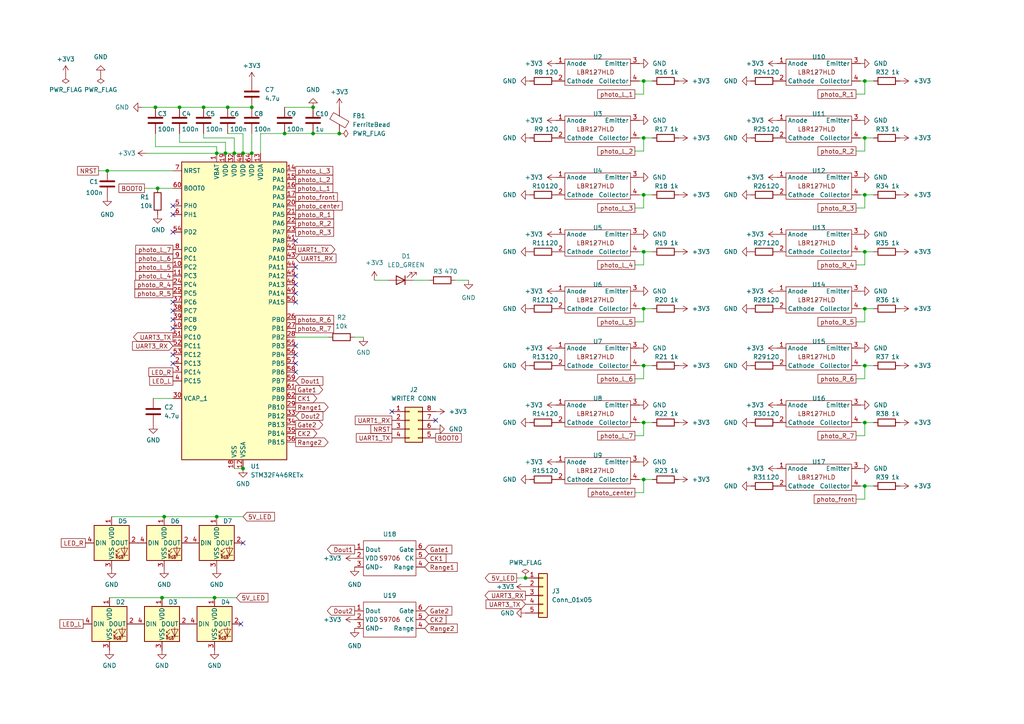
<source format=kicad_sch>
(kicad_sch (version 20230121) (generator eeschema)
  (paper "A4")
  (lib_symbols
    (symbol "Connector_Generic:Conn_01x05" (pin_names (offset 1.016) hide)
      (property "Reference" "J" (at 0 7.62 0))
      (property "Value" "Conn_01x05" (at 0 -7.62 0))
      (symbol "Conn_01x05_1_1"
        (pin passive line (at -5.08 5.08 0) (length 3.81) (name "Pin_1") (number "1"))
        (pin passive line (at -5.08 2.54 0) (length 3.81) (name "Pin_2") (number "2"))
        (pin passive line (at -5.08 0 0) (length 3.81) (name "Pin_3") (number "3"))
        (pin passive line (at -5.08 -2.54 0) (length 3.81) (name "Pin_4") (number "4"))
        (pin passive line (at -5.08 -5.08 0) (length 3.81) (name "Pin_5") (number "5"))
      )
    )
    (symbol "Connector_Generic:Conn_02x04_Counter_Clockwise" (pin_names (offset 1.016) hide)
      (property "Reference" "J" (at 1.27 5.08 0))
      (property "Value" "Conn_02x04_Counter_Clockwise" (at 1.27 -7.62 0))
      (symbol "Conn_02x04_Counter_Clockwise_1_1"
        (pin passive line (at -5.08 2.54 0) (length 3.81) (name "Pin_1") (number "1"))
        (pin passive line (at -5.08 0 0) (length 3.81) (name "Pin_2") (number "2"))
        (pin passive line (at -5.08 -2.54 0) (length 3.81) (name "Pin_3") (number "3"))
        (pin passive line (at -5.08 -5.08 0) (length 3.81) (name "Pin_4") (number "4"))
        (pin passive line (at 7.62 -5.08 180) (length 3.81) (name "Pin_5") (number "5"))
        (pin passive line (at 7.62 -2.54 180) (length 3.81) (name "Pin_6") (number "6"))
        (pin passive line (at 7.62 0 180) (length 3.81) (name "Pin_7") (number "7"))
        (pin passive line (at 7.62 2.54 180) (length 3.81) (name "Pin_8") (number "8"))
      )
    )
    (symbol "Device:C" (pin_numbers hide) (pin_names (offset 0.254))
      (property "Reference" "C" (at 0.635 2.54 0))
      (property "Value" "C" (at 0.635 -2.54 0))
      (symbol "C_1_1"
        (pin passive line (at 0 3.81 270) (length 2.794) (name "~") (number "1"))
        (pin passive line (at 0 -3.81 90) (length 2.794) (name "~") (number "2"))
      )
    )
    (symbol "Device:FerriteBead" (pin_numbers hide) (pin_names (offset 0))
      (property "Reference" "FB" (at -3.81 0.635 90))
      (property "Value" "FerriteBead" (at 3.81 0 90))
      (symbol "FerriteBead_1_1"
        (pin passive line (at 0 3.81 270) (length 2.54) (name "~") (number "1"))
        (pin passive line (at 0 -3.81 90) (length 2.54) (name "~") (number "2"))
      )
    )
    (symbol "Device:LED" (pin_numbers hide) (pin_names (offset 1.016) hide)
      (property "Reference" "D" (at 0 2.54 0))
      (property "Value" "LED" (at 0 -2.54 0))
      (symbol "LED_1_1"
        (pin passive line (at -3.81 0 0) (length 2.54) (name "K") (number "1"))
        (pin passive line (at 3.81 0 180) (length 2.54) (name "A") (number "2"))
      )
    )
    (symbol "Device:R" (pin_numbers hide) (pin_names (offset 0))
      (property "Reference" "R" (at 2.032 0 90))
      (property "Value" "R" (at 0 0 90))
      (symbol "R_1_1"
        (pin passive line (at 0 3.81 270) (length 1.27) (name "~") (number "1"))
        (pin passive line (at 0 -3.81 90) (length 1.27) (name "~") (number "2"))
      )
    )
    (symbol "LED:WS2812B" (pin_names (offset 0.254))
      (property "Reference" "D" (at 5.08 5.715 0))
      (property "Value" "WS2812B" (at 1.27 -5.715 0))
      (symbol "WS2812B_0_0"
        (text "RGB" (at 2.286 -4.191 0) (effects (font (size 0.762 0.762))))
      )
      (symbol "WS2812B_1_1"
        (pin power_in line (at 0 7.62 270) (length 2.54) (name "VDD") (number "1"))
        (pin output line (at 7.62 0 180) (length 2.54) (name "DOUT") (number "2"))
        (pin power_in line (at 0 -7.62 90) (length 2.54) (name "VSS") (number "3"))
        (pin input line (at -7.62 0 0) (length 2.54) (name "DIN") (number "4"))
      )
    )
    (symbol "MCU_ST_STM32F4:STM32F446RETx"
      (property "Reference" "U" (at -15.24 44.45 0))
      (property "Value" "STM32F446RETx" (at 10.16 44.45 0))
      (symbol "STM32F446RETx_1_1"
        (pin power_in line (at -5.08 45.72 270) (length 2.54) (name "VBAT") (number "1"))
        (pin bidirectional line (at -17.78 12.7 0) (length 2.54) (name "PC2") (number "10"))
        (pin bidirectional line (at -17.78 10.16 0) (length 2.54) (name "PC3") (number "11"))
        (pin power_in line (at 2.54 -45.72 90) (length 2.54) (name "VSSA") (number "12"))
        (pin power_in line (at 7.62 45.72 270) (length 2.54) (name "VDDA") (number "13"))
        (pin bidirectional line (at 17.78 40.64 180) (length 2.54) (name "PA0") (number "14"))
        (pin bidirectional line (at 17.78 38.1 180) (length 2.54) (name "PA1") (number "15"))
        (pin bidirectional line (at 17.78 35.56 180) (length 2.54) (name "PA2") (number "16"))
        (pin bidirectional line (at 17.78 33.02 180) (length 2.54) (name "PA3") (number "17"))
        (pin power_in line (at 0 -45.72 90) (length 2.54) (name "VSS") (number "18"))
        (pin power_in line (at -2.54 45.72 270) (length 2.54) (name "VDD") (number "19"))
        (pin bidirectional line (at -17.78 -15.24 0) (length 2.54) (name "PC13") (number "2"))
        (pin bidirectional line (at 17.78 30.48 180) (length 2.54) (name "PA4") (number "20"))
        (pin bidirectional line (at 17.78 27.94 180) (length 2.54) (name "PA5") (number "21"))
        (pin bidirectional line (at 17.78 25.4 180) (length 2.54) (name "PA6") (number "22"))
        (pin bidirectional line (at 17.78 22.86 180) (length 2.54) (name "PA7") (number "23"))
        (pin bidirectional line (at -17.78 7.62 0) (length 2.54) (name "PC4") (number "24"))
        (pin bidirectional line (at -17.78 5.08 0) (length 2.54) (name "PC5") (number "25"))
        (pin bidirectional line (at 17.78 -2.54 180) (length 2.54) (name "PB0") (number "26"))
        (pin bidirectional line (at 17.78 -5.08 180) (length 2.54) (name "PB1") (number "27"))
        (pin bidirectional line (at 17.78 -7.62 180) (length 2.54) (name "PB2") (number "28"))
        (pin bidirectional line (at 17.78 -27.94 180) (length 2.54) (name "PB10") (number "29"))
        (pin bidirectional line (at -17.78 -17.78 0) (length 2.54) (name "PC14") (number "3"))
        (pin power_out line (at -17.78 -25.4 0) (length 2.54) (name "VCAP_1") (number "30"))
        (pin passive line (at 0 -45.72 90) (length 2.54) hide (name "VSS") (number "31"))
        (pin power_in line (at 0 45.72 270) (length 2.54) (name "VDD") (number "32"))
        (pin bidirectional line (at 17.78 -30.48 180) (length 2.54) (name "PB12") (number "33"))
        (pin bidirectional line (at 17.78 -33.02 180) (length 2.54) (name "PB13") (number "34"))
        (pin bidirectional line (at 17.78 -35.56 180) (length 2.54) (name "PB14") (number "35"))
        (pin bidirectional line (at 17.78 -38.1 180) (length 2.54) (name "PB15") (number "36"))
        (pin bidirectional line (at -17.78 2.54 0) (length 2.54) (name "PC6") (number "37"))
        (pin bidirectional line (at -17.78 0 0) (length 2.54) (name "PC7") (number "38"))
        (pin bidirectional line (at -17.78 -2.54 0) (length 2.54) (name "PC8") (number "39"))
        (pin bidirectional line (at -17.78 -20.32 0) (length 2.54) (name "PC15") (number "4"))
        (pin bidirectional line (at -17.78 -5.08 0) (length 2.54) (name "PC9") (number "40"))
        (pin bidirectional line (at 17.78 20.32 180) (length 2.54) (name "PA8") (number "41"))
        (pin bidirectional line (at 17.78 17.78 180) (length 2.54) (name "PA9") (number "42"))
        (pin bidirectional line (at 17.78 15.24 180) (length 2.54) (name "PA10") (number "43"))
        (pin bidirectional line (at 17.78 12.7 180) (length 2.54) (name "PA11") (number "44"))
        (pin bidirectional line (at 17.78 10.16 180) (length 2.54) (name "PA12") (number "45"))
        (pin bidirectional line (at 17.78 7.62 180) (length 2.54) (name "PA13") (number "46"))
        (pin passive line (at 0 -45.72 90) (length 2.54) hide (name "VSS") (number "47"))
        (pin power_in line (at 2.54 45.72 270) (length 2.54) (name "VDD") (number "48"))
        (pin bidirectional line (at 17.78 5.08 180) (length 2.54) (name "PA14") (number "49"))
        (pin bidirectional line (at -17.78 30.48 0) (length 2.54) (name "PH0") (number "5"))
        (pin bidirectional line (at 17.78 2.54 180) (length 2.54) (name "PA15") (number "50"))
        (pin bidirectional line (at -17.78 -7.62 0) (length 2.54) (name "PC10") (number "51"))
        (pin bidirectional line (at -17.78 -10.16 0) (length 2.54) (name "PC11") (number "52"))
        (pin bidirectional line (at -17.78 -12.7 0) (length 2.54) (name "PC12") (number "53"))
        (pin bidirectional line (at -17.78 22.86 0) (length 2.54) (name "PD2") (number "54"))
        (pin bidirectional line (at 17.78 -10.16 180) (length 2.54) (name "PB3") (number "55"))
        (pin bidirectional line (at 17.78 -12.7 180) (length 2.54) (name "PB4") (number "56"))
        (pin bidirectional line (at 17.78 -15.24 180) (length 2.54) (name "PB5") (number "57"))
        (pin bidirectional line (at 17.78 -17.78 180) (length 2.54) (name "PB6") (number "58"))
        (pin bidirectional line (at 17.78 -20.32 180) (length 2.54) (name "PB7") (number "59"))
        (pin bidirectional line (at -17.78 27.94 0) (length 2.54) (name "PH1") (number "6"))
        (pin input line (at -17.78 35.56 0) (length 2.54) (name "BOOT0") (number "60"))
        (pin bidirectional line (at 17.78 -22.86 180) (length 2.54) (name "PB8") (number "61"))
        (pin bidirectional line (at 17.78 -25.4 180) (length 2.54) (name "PB9") (number "62"))
        (pin passive line (at 0 -45.72 90) (length 2.54) hide (name "VSS") (number "63"))
        (pin power_in line (at 5.08 45.72 270) (length 2.54) (name "VDD") (number "64"))
        (pin input line (at -17.78 40.64 0) (length 2.54) (name "NRST") (number "7"))
        (pin bidirectional line (at -17.78 17.78 0) (length 2.54) (name "PC0") (number "8"))
        (pin bidirectional line (at -17.78 15.24 0) (length 2.54) (name "PC1") (number "9"))
      )
    )
    (symbol "akiduki:LBR127HLD"
      (property "Reference" "U" (at 1.27 -5.08 0))
      (symbol "LBR127HLD_1_1"
        (text "LBR127HLD" (at 0 0 0) (effects (font (size 1.27 1.27))))
        (pin passive line (at -11.43 2.54 0) (length 2.54) (name "Anode") (number "1"))
        (pin passive line (at -11.43 -2.54 0) (length 2.54) (name "Cathode") (number "2"))
        (pin passive line (at 12.7 2.54 180) (length 2.54) (name "Emitter") (number "3"))
        (pin passive line (at 12.7 -2.54 180) (length 2.54) (name "Collector") (number "4"))
      )
    )
    (symbol "akiduki:S9706"
      (property "Reference" "U" (at 0 7.62 0))
      (symbol "S9706_1_1"
        (text "S9706" (at 0 0 0) (effects (font (size 1.27 1.27))))
        (pin output line (at -10.16 2.54 0) (length 2.54) (name "Dout") (number "1"))
        (pin power_in line (at -10.16 0 0) (length 2.54) (name "VDD") (number "2"))
        (pin power_in line (at -10.16 -2.54 0) (length 2.54) (name "GND") (number "3"))
        (pin input line (at 10.16 -2.54 180) (length 2.54) (name "Range") (number "4"))
        (pin input line (at 10.16 0 180) (length 2.54) (name "CK") (number "5"))
        (pin input line (at 10.16 2.54 180) (length 2.54) (name "Gate") (number "6"))
      )
    )
    (symbol "power:+3V3" (power) (pin_names (offset 0))
      (property "Value" "+3V3" (at 0 3.556 0))
      (symbol "+3V3_1_1"
        (pin power_in line (at 0 0 90) (length 0) hide (name "+3V3") (number "1"))
      )
    )
    (symbol "power:GND" (power) (pin_names (offset 0))
      (property "Value" "GND" (at 0 -3.81 0))
      (symbol "GND_1_1"
        (pin power_in line (at 0 0 270) (length 0) hide (name "GND") (number "1"))
      )
    )
    (symbol "power:PWR_FLAG" (power) (pin_numbers hide) (pin_names (offset 0) hide)
      (property "Value" "PWR_FLAG" (at 0 3.81 0))
      (symbol "PWR_FLAG_0_0"
        (pin power_out line (at 0 0 90) (length 0) (name "pwr") (number "1"))
      )
    )
  )
  (junction (at 152.4 167.64))
  (junction (at 62.865 149.86))
  (junction (at 90.805 31.115))
  (junction (at 45.72 54.61))
  (junction (at 46.99 173.355))
  (junction (at 250.825 140.97))
  (junction (at 186.69 89.535))
  (junction (at 82.55 38.735))
  (junction (at 186.69 122.555))
  (junction (at 73.025 44.45))
  (junction (at 47.625 149.86))
  (junction (at 98.425 38.735))
  (junction (at 186.69 73.025))
  (junction (at 186.69 40.005))
  (junction (at 73.025 31.115))
  (junction (at 67.945 44.45))
  (junction (at 31.115 49.53))
  (junction (at 70.485 44.45))
  (junction (at 66.04 31.115))
  (junction (at 52.07 31.115))
  (junction (at 62.865 44.45))
  (junction (at 250.825 56.515))
  (junction (at 186.69 106.045))
  (junction (at 250.825 23.495))
  (junction (at 45.085 31.115))
  (junction (at 186.69 56.515))
  (junction (at 250.825 106.045))
  (junction (at 250.825 89.535))
  (junction (at 70.485 135.89))
  (junction (at 250.825 122.555))
  (junction (at 59.055 31.115))
  (junction (at 250.825 40.005))
  (junction (at 65.405 44.45))
  (junction (at 90.805 38.735))
  (junction (at 186.69 139.065))
  (junction (at 250.825 73.025))
  (junction (at 186.69 23.495))
  (junction (at 62.23 173.355))
  (no_connect (at 50.165 95.25))
  (no_connect (at 85.725 85.09))
  (no_connect (at 50.165 59.69))
  (no_connect (at 113.665 119.38))
  (no_connect (at 126.365 121.92))
  (no_connect (at 85.725 107.95))
  (no_connect (at 85.725 82.55))
  (no_connect (at 50.165 92.71))
  (no_connect (at 50.165 90.17))
  (no_connect (at 85.725 69.85))
  (no_connect (at 70.485 157.48))
  (no_connect (at 85.725 100.33))
  (no_connect (at 50.165 87.63))
  (no_connect (at 85.725 105.41))
  (no_connect (at 50.165 67.31))
  (no_connect (at 50.165 102.87))
  (no_connect (at 50.165 105.41))
  (no_connect (at 85.725 77.47))
  (no_connect (at 50.165 62.23))
  (no_connect (at 85.725 102.87))
  (no_connect (at 85.725 80.01))
  (no_connect (at 85.725 87.63))
  (no_connect (at 69.85 180.975))
  (wire (pts (xy 248.285 27.305) (xy 250.825 27.305)))
  (wire (pts (xy 250.825 27.305) (xy 250.825 23.495)))
  (wire (pts (xy 250.825 126.365) (xy 250.825 122.555)))
  (wire (pts (xy 47.625 149.86) (xy 62.865 149.86)))
  (wire (pts (xy 250.825 93.345) (xy 250.825 89.535)))
  (wire (pts (xy 189.23 89.535) (xy 186.69 89.535)))
  (wire (pts (xy 45.72 54.61) (xy 50.165 54.61)))
  (wire (pts (xy 186.69 139.065) (xy 185.42 139.065)))
  (wire (pts (xy 253.365 140.97) (xy 250.825 140.97)))
  (wire (pts (xy 184.15 60.325) (xy 186.69 60.325)))
  (wire (pts (xy 52.07 41.275) (xy 65.405 41.275)))
  (wire (pts (xy 59.055 38.735) (xy 59.055 40.005)))
  (wire (pts (xy 184.15 43.815) (xy 186.69 43.815)))
  (wire (pts (xy 186.69 142.875) (xy 186.69 139.065)))
  (wire (pts (xy 75.565 44.45) (xy 75.565 38.735)))
  (wire (pts (xy 66.04 31.115) (xy 73.025 31.115)))
  (wire (pts (xy 248.285 109.855) (xy 250.825 109.855)))
  (wire (pts (xy 62.865 149.86) (xy 70.485 149.86)))
  (wire (pts (xy 189.23 139.065) (xy 186.69 139.065)))
  (wire (pts (xy 45.085 42.545) (xy 62.865 42.545)))
  (wire (pts (xy 186.69 106.045) (xy 185.42 106.045)))
  (wire (pts (xy 250.825 140.97) (xy 249.555 140.97)))
  (wire (pts (xy 253.365 23.495) (xy 250.825 23.495)))
  (wire (pts (xy 189.23 23.495) (xy 186.69 23.495)))
  (wire (pts (xy 186.69 109.855) (xy 186.69 106.045)))
  (wire (pts (xy 184.15 142.875) (xy 186.69 142.875)))
  (wire (pts (xy 62.865 42.545) (xy 62.865 44.45)))
  (wire (pts (xy 46.99 173.355) (xy 62.23 173.355)))
  (wire (pts (xy 82.55 38.735) (xy 90.805 38.735)))
  (wire (pts (xy 62.865 44.45) (xy 65.405 44.45)))
  (wire (pts (xy 149.86 167.64) (xy 152.4 167.64)))
  (wire (pts (xy 189.23 73.025) (xy 186.69 73.025)))
  (wire (pts (xy 186.69 60.325) (xy 186.69 56.515)))
  (wire (pts (xy 186.69 27.305) (xy 186.69 23.495)))
  (wire (pts (xy 65.405 44.45) (xy 67.945 44.45)))
  (wire (pts (xy 186.69 40.005) (xy 185.42 40.005)))
  (wire (pts (xy 135.89 81.28) (xy 132.08 81.28)))
  (wire (pts (xy 250.825 109.855) (xy 250.825 106.045)))
  (wire (pts (xy 248.285 76.835) (xy 250.825 76.835)))
  (wire (pts (xy 32.385 149.86) (xy 47.625 149.86)))
  (wire (pts (xy 248.285 144.78) (xy 250.825 144.78)))
  (wire (pts (xy 250.825 89.535) (xy 249.555 89.535)))
  (wire (pts (xy 44.45 115.57) (xy 50.165 115.57)))
  (wire (pts (xy 248.285 126.365) (xy 250.825 126.365)))
  (wire (pts (xy 112.395 81.28) (xy 108.585 81.28)))
  (wire (pts (xy 186.69 76.835) (xy 186.69 73.025)))
  (wire (pts (xy 31.75 173.355) (xy 46.99 173.355)))
  (wire (pts (xy 184.15 76.835) (xy 186.69 76.835)))
  (wire (pts (xy 186.69 122.555) (xy 185.42 122.555)))
  (wire (pts (xy 253.365 56.515) (xy 250.825 56.515)))
  (wire (pts (xy 82.55 31.115) (xy 90.805 31.115)))
  (wire (pts (xy 250.825 56.515) (xy 249.555 56.515)))
  (wire (pts (xy 250.825 40.005) (xy 249.555 40.005)))
  (wire (pts (xy 52.07 38.735) (xy 52.07 41.275)))
  (wire (pts (xy 41.275 31.115) (xy 45.085 31.115)))
  (wire (pts (xy 75.565 38.735) (xy 82.55 38.735)))
  (wire (pts (xy 248.285 60.325) (xy 250.825 60.325)))
  (wire (pts (xy 250.825 144.78) (xy 250.825 140.97)))
  (wire (pts (xy 253.365 40.005) (xy 250.825 40.005)))
  (wire (pts (xy 250.825 43.815) (xy 250.825 40.005)))
  (wire (pts (xy 250.825 60.325) (xy 250.825 56.515)))
  (wire (pts (xy 73.025 38.735) (xy 73.025 44.45)))
  (wire (pts (xy 186.69 89.535) (xy 185.42 89.535)))
  (wire (pts (xy 90.805 38.735) (xy 98.425 38.735)))
  (wire (pts (xy 189.23 122.555) (xy 186.69 122.555)))
  (wire (pts (xy 102.87 97.79) (xy 105.41 97.79)))
  (wire (pts (xy 28.575 49.53) (xy 31.115 49.53)))
  (wire (pts (xy 250.825 106.045) (xy 249.555 106.045)))
  (wire (pts (xy 189.23 106.045) (xy 186.69 106.045)))
  (wire (pts (xy 31.115 49.53) (xy 50.165 49.53)))
  (wire (pts (xy 45.085 38.735) (xy 45.085 42.545)))
  (wire (pts (xy 250.825 76.835) (xy 250.825 73.025)))
  (wire (pts (xy 186.69 73.025) (xy 185.42 73.025)))
  (wire (pts (xy 253.365 106.045) (xy 250.825 106.045)))
  (wire (pts (xy 59.055 40.005) (xy 67.945 40.005)))
  (wire (pts (xy 67.945 135.89) (xy 70.485 135.89)))
  (wire (pts (xy 184.15 27.305) (xy 186.69 27.305)))
  (wire (pts (xy 186.69 56.515) (xy 185.42 56.515)))
  (wire (pts (xy 70.485 38.735) (xy 70.485 44.45)))
  (wire (pts (xy 250.825 122.555) (xy 249.555 122.555)))
  (wire (pts (xy 184.15 126.365) (xy 186.69 126.365)))
  (wire (pts (xy 186.69 93.345) (xy 186.69 89.535)))
  (wire (pts (xy 253.365 122.555) (xy 250.825 122.555)))
  (wire (pts (xy 59.055 31.115) (xy 66.04 31.115)))
  (wire (pts (xy 65.405 41.275) (xy 65.405 44.45)))
  (wire (pts (xy 186.69 23.495) (xy 185.42 23.495)))
  (wire (pts (xy 41.91 54.61) (xy 45.72 54.61)))
  (wire (pts (xy 62.23 173.355) (xy 68.58 173.355)))
  (wire (pts (xy 250.825 73.025) (xy 249.555 73.025)))
  (wire (pts (xy 253.365 73.025) (xy 250.825 73.025)))
  (wire (pts (xy 67.945 40.005) (xy 67.945 44.45)))
  (wire (pts (xy 52.07 31.115) (xy 59.055 31.115)))
  (wire (pts (xy 189.23 56.515) (xy 186.69 56.515)))
  (wire (pts (xy 70.485 44.45) (xy 73.025 44.45)))
  (wire (pts (xy 45.085 31.115) (xy 52.07 31.115)))
  (wire (pts (xy 248.285 43.815) (xy 250.825 43.815)))
  (wire (pts (xy 67.945 44.45) (xy 70.485 44.45)))
  (wire (pts (xy 124.46 81.28) (xy 120.015 81.28)))
  (wire (pts (xy 248.285 93.345) (xy 250.825 93.345)))
  (wire (pts (xy 42.545 44.45) (xy 62.865 44.45)))
  (wire (pts (xy 189.23 40.005) (xy 186.69 40.005)))
  (wire (pts (xy 253.365 89.535) (xy 250.825 89.535)))
  (wire (pts (xy 250.825 23.495) (xy 249.555 23.495)))
  (wire (pts (xy 186.69 126.365) (xy 186.69 122.555)))
  (wire (pts (xy 184.15 93.345) (xy 186.69 93.345)))
  (wire (pts (xy 186.69 43.815) (xy 186.69 40.005)))
  (wire (pts (xy 66.04 38.735) (xy 70.485 38.735)))
  (wire (pts (xy 184.15 109.855) (xy 186.69 109.855)))
  (wire (pts (xy 85.725 97.79) (xy 95.25 97.79)))
  (global_label "UART1_TX" (shape output) (at 85.725 72.39 0) (property "Intersheetrefs" "${INTERSHEET_REFS}" (effects hide)))
  (global_label "Range1" (shape input) (at 123.19 164.465 0) (property "Intersheetrefs" "${INTERSHEET_REFS}" (effects hide)))
  (global_label "CK1" (shape output) (at 85.725 115.57 0) (property "Intersheetrefs" "${INTERSHEET_REFS}" (effects hide)))
  (global_label "photo_L_1" (shape passive) (at 85.725 54.61 0) (property "Intersheetrefs" "${INTERSHEET_REFS}" (effects hide)))
  (global_label "Range2" (shape input) (at 123.19 182.245 0) (property "Intersheetrefs" "${INTERSHEET_REFS}" (effects hide)))
  (global_label "UART1_TX" (shape passive) (at 113.665 127 180) (property "Intersheetrefs" "${INTERSHEET_REFS}" (effects hide)))
  (global_label "photo_R_7" (shape passive) (at 248.285 126.365 180) (property "Intersheetrefs" "${INTERSHEET_REFS}" (effects hide)))
  (global_label "photo_front" (shape passive) (at 85.725 57.15 0) (property "Intersheetrefs" "${INTERSHEET_REFS}" (effects hide)))
  (global_label "Dout1" (shape output) (at 102.87 159.385 180) (property "Intersheetrefs" "${INTERSHEET_REFS}" (effects hide)))
  (global_label "Gate2" (shape output) (at 85.725 123.19 0) (property "Intersheetrefs" "${INTERSHEET_REFS}" (effects hide)))
  (global_label "UART1_RX" (shape input) (at 85.725 74.93 0) (property "Intersheetrefs" "${INTERSHEET_REFS}" (effects hide)))
  (global_label "CK2" (shape output) (at 85.725 125.73 0) (property "Intersheetrefs" "${INTERSHEET_REFS}" (effects hide)))
  (global_label "Dout2" (shape input) (at 85.725 120.65 0) (property "Intersheetrefs" "${INTERSHEET_REFS}" (effects hide)))
  (global_label "photo_L_4" (shape passive) (at 184.15 76.835 180) (property "Intersheetrefs" "${INTERSHEET_REFS}" (effects hide)))
  (global_label "photo_R_4" (shape passive) (at 248.285 76.835 180) (property "Intersheetrefs" "${INTERSHEET_REFS}" (effects hide)))
  (global_label "Dout2" (shape output) (at 102.87 177.165 180) (property "Intersheetrefs" "${INTERSHEET_REFS}" (effects hide)))
  (global_label "photo_R_1" (shape passive) (at 85.725 62.23 0) (property "Intersheetrefs" "${INTERSHEET_REFS}" (effects hide)))
  (global_label "photo_R_6" (shape passive) (at 85.725 92.71 0) (property "Intersheetrefs" "${INTERSHEET_REFS}" (effects hide)))
  (global_label "CK2" (shape input) (at 123.19 179.705 0) (property "Intersheetrefs" "${INTERSHEET_REFS}" (effects hide)))
  (global_label "photo_R_4" (shape passive) (at 50.165 82.55 180) (property "Intersheetrefs" "${INTERSHEET_REFS}" (effects hide)))
  (global_label "NRST" (shape passive) (at 28.575 49.53 180) (property "Intersheetrefs" "${INTERSHEET_REFS}" (effects hide)))
  (global_label "BOOT0" (shape passive) (at 126.365 127 0) (property "Intersheetrefs" "${INTERSHEET_REFS}" (effects hide)))
  (global_label "photo_center" (shape passive) (at 85.725 59.69 0) (property "Intersheetrefs" "${INTERSHEET_REFS}" (effects hide)))
  (global_label "photo_L_7" (shape passive) (at 50.165 72.39 180) (property "Intersheetrefs" "${INTERSHEET_REFS}" (effects hide)))
  (global_label "photo_R_2" (shape passive) (at 85.725 64.77 0) (property "Intersheetrefs" "${INTERSHEET_REFS}" (effects hide)))
  (global_label "photo_R_1" (shape passive) (at 248.285 27.305 180) (property "Intersheetrefs" "${INTERSHEET_REFS}" (effects hide)))
  (global_label "Gate1" (shape output) (at 85.725 113.03 0) (property "Intersheetrefs" "${INTERSHEET_REFS}" (effects hide)))
  (global_label "photo_L_2" (shape passive) (at 85.725 52.07 0) (property "Intersheetrefs" "${INTERSHEET_REFS}" (effects hide)))
  (global_label "UART3_TX" (shape output) (at 50.165 97.79 180) (property "Intersheetrefs" "${INTERSHEET_REFS}" (effects hide)))
  (global_label "UART1_RX" (shape passive) (at 113.665 121.92 180) (property "Intersheetrefs" "${INTERSHEET_REFS}" (effects hide)))
  (global_label "photo_front" (shape passive) (at 248.285 144.78 180) (property "Intersheetrefs" "${INTERSHEET_REFS}" (effects hide)))
  (global_label "photo_R_5" (shape passive) (at 50.165 85.09 180) (property "Intersheetrefs" "${INTERSHEET_REFS}" (effects hide)))
  (global_label "LED_L" (shape passive) (at 24.13 180.975 180) (property "Intersheetrefs" "${INTERSHEET_REFS}" (effects hide)))
  (global_label "UART3_TX" (shape input) (at 152.4 175.26 180) (property "Intersheetrefs" "${INTERSHEET_REFS}" (effects hide)))
  (global_label "CK1" (shape input) (at 123.19 161.925 0) (property "Intersheetrefs" "${INTERSHEET_REFS}" (effects hide)))
  (global_label "LED_R" (shape passive) (at 50.165 107.95 180) (property "Intersheetrefs" "${INTERSHEET_REFS}" (effects hide)))
  (global_label "photo_L_4" (shape passive) (at 50.165 80.01 180) (property "Intersheetrefs" "${INTERSHEET_REFS}" (effects hide)))
  (global_label "Range2" (shape output) (at 85.725 128.27 0) (property "Intersheetrefs" "${INTERSHEET_REFS}" (effects hide)))
  (global_label "UART3_RX" (shape input) (at 50.165 100.33 180) (property "Intersheetrefs" "${INTERSHEET_REFS}" (effects hide)))
  (global_label "photo_L_6" (shape passive) (at 50.165 74.93 180) (property "Intersheetrefs" "${INTERSHEET_REFS}" (effects hide)))
  (global_label "photo_L_3" (shape passive) (at 184.15 60.325 180) (property "Intersheetrefs" "${INTERSHEET_REFS}" (effects hide)))
  (global_label "5V_LED" (shape input) (at 68.58 173.355 0) (property "Intersheetrefs" "${INTERSHEET_REFS}" (effects hide)))
  (global_label "photo_L_1" (shape passive) (at 184.15 27.305 180) (property "Intersheetrefs" "${INTERSHEET_REFS}" (effects hide)))
  (global_label "photo_center" (shape passive) (at 184.15 142.875 180) (property "Intersheetrefs" "${INTERSHEET_REFS}" (effects hide)))
  (global_label "photo_L_5" (shape passive) (at 184.15 93.345 180) (property "Intersheetrefs" "${INTERSHEET_REFS}" (effects hide)))
  (global_label "BOOT0" (shape passive) (at 41.91 54.61 180) (property "Intersheetrefs" "${INTERSHEET_REFS}" (effects hide)))
  (global_label "photo_L_5" (shape passive) (at 50.165 77.47 180) (property "Intersheetrefs" "${INTERSHEET_REFS}" (effects hide)))
  (global_label "NRST" (shape passive) (at 113.665 124.46 180) (property "Intersheetrefs" "${INTERSHEET_REFS}" (effects hide)))
  (global_label "photo_R_2" (shape passive) (at 248.285 43.815 180) (property "Intersheetrefs" "${INTERSHEET_REFS}" (effects hide)))
  (global_label "photo_R_7" (shape passive) (at 85.725 95.25 0) (property "Intersheetrefs" "${INTERSHEET_REFS}" (effects hide)))
  (global_label "LED_R" (shape passive) (at 24.765 157.48 180) (property "Intersheetrefs" "${INTERSHEET_REFS}" (effects hide)))
  (global_label "photo_R_5" (shape passive) (at 248.285 93.345 180) (property "Intersheetrefs" "${INTERSHEET_REFS}" (effects hide)))
  (global_label "photo_R_3" (shape passive) (at 248.285 60.325 180) (property "Intersheetrefs" "${INTERSHEET_REFS}" (effects hide)))
  (global_label "photo_R_6" (shape passive) (at 248.285 109.855 180) (property "Intersheetrefs" "${INTERSHEET_REFS}" (effects hide)))
  (global_label "Gate1" (shape input) (at 123.19 159.385 0) (property "Intersheetrefs" "${INTERSHEET_REFS}" (effects hide)))
  (global_label "Range1" (shape output) (at 85.725 118.11 0) (property "Intersheetrefs" "${INTERSHEET_REFS}" (effects hide)))
  (global_label "LED_L" (shape passive) (at 50.165 110.49 180) (property "Intersheetrefs" "${INTERSHEET_REFS}" (effects hide)))
  (global_label "5V_LED" (shape input) (at 70.485 149.86 0) (property "Intersheetrefs" "${INTERSHEET_REFS}" (effects hide)))
  (global_label "UART3_RX" (shape output) (at 152.4 172.72 180) (property "Intersheetrefs" "${INTERSHEET_REFS}" (effects hide)))
  (global_label "photo_L_7" (shape passive) (at 184.15 126.365 180) (property "Intersheetrefs" "${INTERSHEET_REFS}" (effects hide)))
  (global_label "5V_LED" (shape output) (at 149.86 167.64 180) (property "Intersheetrefs" "${INTERSHEET_REFS}" (effects hide)))
  (global_label "photo_L_3" (shape passive) (at 85.725 49.53 0) (property "Intersheetrefs" "${INTERSHEET_REFS}" (effects hide)))
  (global_label "photo_L_2" (shape passive) (at 184.15 43.815 180) (property "Intersheetrefs" "${INTERSHEET_REFS}" (effects hide)))
  (global_label "Dout1" (shape input) (at 85.725 110.49 0) (property "Intersheetrefs" "${INTERSHEET_REFS}" (effects hide)))
  (global_label "Gate2" (shape input) (at 123.19 177.165 0) (property "Intersheetrefs" "${INTERSHEET_REFS}" (effects hide)))
  (global_label "photo_L_6" (shape passive) (at 184.15 109.855 180) (property "Intersheetrefs" "${INTERSHEET_REFS}" (effects hide)))
  (global_label "photo_R_3" (shape passive) (at 85.725 67.31 0) (property "Intersheetrefs" "${INTERSHEET_REFS}" (effects hide)))
  (symbol (lib_id "Device:C") (at 52.07 34.925 0) (unit 1)
    (property "Reference" "C4" (at 52.705 33.02 0) (effects (justify left)))
    (property "Value" "100n" (at 52.705 37.465 0) (effects (justify left)))
    (property "Footprint" "Capacitor_SMD:C_0402_1005Metric" (effects hide))
    (property "LCSC" "C1525" (effects hide))
  )
  (symbol (lib_id "power:+3V3") (at 260.985 56.515 270) (unit 1)
    (property "Reference" "#PWR082" (effects hide))
    (property "Value" "+3V3" (at 264.795 56.515 90) (effects (justify left)))
  )
  (symbol (lib_id "LED:WS2812B") (at 31.75 180.975 0) (unit 1)
    (property "Reference" "D2" (at 34.925 174.625 0))
    (property "Value" "WS2812B" (effects hide))
    (property "Footprint" "LED_SMD:LED_WS2812B_PLCC4_5.0x5.0mm_P3.2mm" (effects hide))
    (property "Datasheet" "https://cdn-shop.adafruit.com/datasheets/WS2812B.pdf" (effects hide))
  )
  (symbol (lib_id "power:GND") (at 47.625 165.1 0) (unit 1)
    (property "Reference" "#PWR025" (effects hide))
    (property "Value" "GND" (at 47.625 169.545 0))
  )
  (symbol (lib_id "LED:WS2812B") (at 32.385 157.48 0) (unit 1)
    (property "Reference" "D5" (at 35.56 151.13 0))
    (property "Value" "WS2812B" (effects hide))
    (property "Footprint" "LED_SMD:LED_WS2812B_PLCC4_5.0x5.0mm_P3.2mm" (effects hide))
    (property "Datasheet" "https://cdn-shop.adafruit.com/datasheets/WS2812B.pdf" (effects hide))
  )
  (symbol (lib_id "power:GND") (at 185.42 18.415 90) (unit 1)
    (property "Reference" "#PWR040" (effects hide))
    (property "Value" "GND" (at 189.23 18.415 90) (effects (justify right)))
  )
  (symbol (lib_id "akiduki:LBR127HLD") (at 236.855 20.955 0) (unit 1)
    (property "Reference" "U10" (at 237.49 16.51 0))
    (property "Value" "~" (at 236.855 20.955 0))
    (property "Footprint" "Akiduki:LBR127HLD" (effects hide))
  )
  (symbol (lib_id "power:GND") (at 31.75 188.595 0) (unit 1)
    (property "Reference" "#PWR019" (effects hide))
    (property "Value" "GND" (at 31.75 193.04 0))
  )
  (symbol (lib_id "Device:R") (at 193.04 56.515 270) (unit 1)
    (property "Reference" "R18" (at 191.77 53.975 90))
    (property "Value" "1k" (at 195.58 53.975 90))
    (property "Footprint" "Resistor_SMD:R_0603_1608Metric" (effects hide))
    (property "LCSC" "C21190" (effects hide))
  )
  (symbol (lib_id "power:+3V3") (at 260.985 106.045 270) (unit 1)
    (property "Reference" "#PWR085" (effects hide))
    (property "Value" "+3V3" (at 264.795 106.045 90) (effects (justify left)))
  )
  (symbol (lib_id "power:+3V3") (at 225.425 84.455 90) (unit 1)
    (property "Reference" "#PWR068" (effects hide))
    (property "Value" "+3V3" (at 221.615 84.455 90) (effects (justify left)))
  )
  (symbol (lib_id "power:+3V3") (at 196.85 122.555 270) (unit 1)
    (property "Reference" "#PWR054" (effects hide))
    (property "Value" "+3V3" (at 200.66 122.555 90) (effects (justify left)))
  )
  (symbol (lib_id "power:+3V3") (at 260.985 122.555 270) (unit 1)
    (property "Reference" "#PWR086" (effects hide))
    (property "Value" "+3V3" (at 264.795 122.555 90) (effects (justify left)))
  )
  (symbol (lib_id "power:GND") (at 44.45 123.19 0) (unit 1)
    (property "Reference" "#PWR04" (effects hide))
    (property "Value" "GND" (at 44.45 127.635 0))
  )
  (symbol (lib_id "power:+3V3") (at 161.29 133.985 90) (unit 1)
    (property "Reference" "#PWR039" (effects hide))
    (property "Value" "+3V3" (at 157.48 133.985 90) (effects (justify left)))
  )
  (symbol (lib_id "Device:R") (at 193.04 73.025 270) (unit 1)
    (property "Reference" "R19" (at 191.77 70.485 90))
    (property "Value" "1k" (at 195.58 70.485 90))
    (property "Footprint" "Resistor_SMD:R_0603_1608Metric" (effects hide))
    (property "LCSC" "C21190" (effects hide))
  )
  (symbol (lib_id "power:GND") (at 105.41 97.79 0) (unit 1)
    (property "Reference" "#PWR010" (effects hide))
    (property "Value" "GND" (at 105.41 102.235 0))
  )
  (symbol (lib_id "power:GND") (at 153.67 40.005 270) (unit 1)
    (property "Reference" "#PWR023" (effects hide))
    (property "Value" "GND" (at 149.86 40.005 90) (effects (justify right)))
  )
  (symbol (lib_id "power:+3V3") (at 225.425 135.89 90) (unit 1)
    (property "Reference" "#PWR071" (effects hide))
    (property "Value" "+3V3" (at 221.615 135.89 90) (effects (justify left)))
  )
  (symbol (lib_id "power:GND") (at 70.485 135.89 0) (unit 1)
    (property "Reference" "#PWR06" (effects hide))
    (property "Value" "GND" (at 70.485 140.335 0))
  )
  (symbol (lib_id "power:GND") (at 153.67 139.065 270) (unit 1)
    (property "Reference" "#PWR031" (effects hide))
    (property "Value" "GND" (at 149.86 139.065 90) (effects (justify right)))
  )
  (symbol (lib_id "power:GND") (at 249.555 51.435 90) (unit 1)
    (property "Reference" "#PWR074" (effects hide))
    (property "Value" "GND" (at 253.365 51.435 90) (effects (justify right)))
  )
  (symbol (lib_id "power:+3V3") (at 196.85 139.065 270) (unit 1)
    (property "Reference" "#PWR055" (effects hide))
    (property "Value" "+3V3" (at 200.66 139.065 90) (effects (justify left)))
  )
  (symbol (lib_id "power:GND") (at 102.87 182.245 0) (unit 1)
    (property "Reference" "#PWR091" (effects hide))
    (property "Value" "GND" (at 102.87 187.325 0))
  )
  (symbol (lib_id "power:GND") (at 249.555 67.945 90) (unit 1)
    (property "Reference" "#PWR075" (effects hide))
    (property "Value" "GND" (at 253.365 67.945 90) (effects (justify right)))
  )
  (symbol (lib_id "akiduki:LBR127HLD") (at 236.855 120.015 0) (unit 1)
    (property "Reference" "U16" (at 237.49 115.57 0))
    (property "Value" "~" (at 236.855 120.015 0))
    (property "Footprint" "Akiduki:LBR127HLD" (effects hide))
  )
  (symbol (lib_id "Device:FerriteBead") (at 98.425 34.925 0) (unit 1)
    (property "Reference" "FB1" (at 102.235 33.6042 0) (effects (justify left)))
    (property "Value" "FerriteBead" (at 102.235 36.1442 0) (effects (justify left)))
    (property "Footprint" "Resistor_SMD:R_0805_2012Metric" (effects hide))
    (property "LCSC" "C1015" (effects hide))
  )
  (symbol (lib_id "Connector_Generic:Conn_02x04_Counter_Clockwise") (at 118.745 121.92 0) (unit 1)
    (property "Reference" "J2" (at 120.015 113.03 0))
    (property "Value" "WRITER CONN" (at 120.015 115.57 0))
    (property "Footprint" "Connector_PinSocket_2.54mm:PinSocket_2x04_P2.54mm_Vertical" (effects hide))
  )
  (symbol (lib_id "power:GND") (at 217.805 122.555 270) (unit 1)
    (property "Reference" "#PWR062" (effects hide))
    (property "Value" "GND" (at 213.995 122.555 90) (effects (justify right)))
  )
  (symbol (lib_id "power:+3V3") (at 260.985 73.025 270) (unit 1)
    (property "Reference" "#PWR083" (effects hide))
    (property "Value" "+3V3" (at 264.795 73.025 90) (effects (justify left)))
  )
  (symbol (lib_id "power:GND") (at 135.89 81.28 0) (unit 1)
    (property "Reference" "#PWR016" (effects hide))
    (property "Value" "GND" (at 135.89 86.36 0))
  )
  (symbol (lib_id "Device:C") (at 66.04 34.925 0) (unit 1)
    (property "Reference" "C6" (at 66.675 33.02 0) (effects (justify left)))
    (property "Value" "100n" (at 66.675 37.465 0) (effects (justify left)))
    (property "Footprint" "Capacitor_SMD:C_0402_1005Metric" (effects hide))
    (property "LCSC" "C1525" (effects hide))
  )
  (symbol (lib_id "Device:R") (at 193.04 106.045 270) (unit 1)
    (property "Reference" "R21" (at 191.77 103.505 90))
    (property "Value" "1k" (at 195.58 103.505 90))
    (property "Footprint" "Resistor_SMD:R_0603_1608Metric" (effects hide))
    (property "LCSC" "C21190" (effects hide))
  )
  (symbol (lib_id "Device:R") (at 221.615 140.97 270) (unit 1)
    (property "Reference" "R31" (at 220.345 138.43 90))
    (property "Value" "120" (at 224.155 138.43 90))
    (property "Footprint" "Resistor_SMD:R_0603_1608Metric" (effects hide))
    (property "LCSC" "C22787" (effects hide))
  )
  (symbol (lib_id "Device:R") (at 157.48 40.005 270) (unit 1)
    (property "Reference" "R9" (at 156.21 37.465 90))
    (property "Value" "120" (at 160.02 37.465 90))
    (property "Footprint" "Resistor_SMD:R_0603_1608Metric" (effects hide))
    (property "LCSC" "C22787" (effects hide))
  )
  (symbol (lib_id "akiduki:LBR127HLD") (at 172.72 70.485 0) (unit 1)
    (property "Reference" "U5" (at 173.355 66.04 0))
    (property "Value" "~" (at 172.72 70.485 0))
    (property "Footprint" "Akiduki:LBR127HLD" (effects hide))
  )
  (symbol (lib_id "power:GND") (at 62.23 188.595 0) (unit 1)
    (property "Reference" "#PWR021" (effects hide))
    (property "Value" "GND" (at 62.23 193.04 0))
  )
  (symbol (lib_id "power:+3V3") (at 161.29 100.965 90) (unit 1)
    (property "Reference" "#PWR037" (effects hide))
    (property "Value" "+3V3" (at 157.48 100.965 90) (effects (justify left)))
  )
  (symbol (lib_id "power:GND") (at 217.805 40.005 270) (unit 1)
    (property "Reference" "#PWR057" (effects hide))
    (property "Value" "GND" (at 213.995 40.005 90) (effects (justify right)))
  )
  (symbol (lib_id "power:GND") (at 153.67 56.515 270) (unit 1)
    (property "Reference" "#PWR026" (effects hide))
    (property "Value" "GND" (at 149.86 56.515 90) (effects (justify right)))
  )
  (symbol (lib_id "power:GND") (at 126.365 124.46 90) (unit 1)
    (property "Reference" "#PWR013" (effects hide))
    (property "Value" "GND" (at 130.175 124.46 90) (effects (justify right)))
  )
  (symbol (lib_id "Device:R") (at 221.615 40.005 270) (unit 1)
    (property "Reference" "R25" (at 220.345 37.465 90))
    (property "Value" "120" (at 224.155 37.465 90))
    (property "Footprint" "Resistor_SMD:R_0603_1608Metric" (effects hide))
    (property "LCSC" "C22787" (effects hide))
  )
  (symbol (lib_id "power:GND") (at 29.21 21.59 180) (unit 1)
    (property "Reference" "#PWR018" (effects hide))
    (property "Value" "GND" (at 29.21 16.51 0))
  )
  (symbol (lib_id "power:GND") (at 153.67 106.045 270) (unit 1)
    (property "Reference" "#PWR029" (effects hide))
    (property "Value" "GND" (at 149.86 106.045 90) (effects (justify right)))
  )
  (symbol (lib_id "power:GND") (at 46.99 188.595 0) (unit 1)
    (property "Reference" "#PWR020" (effects hide))
    (property "Value" "GND" (at 46.99 193.04 0))
  )
  (symbol (lib_id "akiduki:LBR127HLD") (at 172.72 20.955 0) (unit 1)
    (property "Reference" "U2" (at 173.355 16.51 0))
    (property "Value" "~" (at 172.72 20.955 0))
    (property "Footprint" "Akiduki:LBR127HLD" (effects hide))
  )
  (symbol (lib_id "power:+3V3") (at 260.985 89.535 270) (unit 1)
    (property "Reference" "#PWR084" (effects hide))
    (property "Value" "+3V3" (at 264.795 89.535 90) (effects (justify left)))
  )
  (symbol (lib_id "power:+3V3") (at 196.85 73.025 270) (unit 1)
    (property "Reference" "#PWR051" (effects hide))
    (property "Value" "+3V3" (at 200.66 73.025 90) (effects (justify left)))
  )
  (symbol (lib_id "Device:R") (at 257.175 122.555 270) (unit 1)
    (property "Reference" "R38" (at 255.905 120.015 90))
    (property "Value" "1k" (at 259.715 120.015 90))
    (property "Footprint" "Resistor_SMD:R_0603_1608Metric" (effects hide))
    (property "LCSC" "C21190" (effects hide))
  )
  (symbol (lib_id "power:GND") (at 249.555 84.455 90) (unit 1)
    (property "Reference" "#PWR076" (effects hide))
    (property "Value" "GND" (at 253.365 84.455 90) (effects (justify right)))
  )
  (symbol (lib_id "power:GND") (at 153.67 122.555 270) (unit 1)
    (property "Reference" "#PWR030" (effects hide))
    (property "Value" "GND" (at 149.86 122.555 90) (effects (justify right)))
  )
  (symbol (lib_id "power:GND") (at 185.42 133.985 90) (unit 1)
    (property "Reference" "#PWR047" (effects hide))
    (property "Value" "GND" (at 189.23 133.985 90) (effects (justify right)))
  )
  (symbol (lib_id "power:GND") (at 185.42 34.925 90) (unit 1)
    (property "Reference" "#PWR041" (effects hide))
    (property "Value" "GND" (at 189.23 34.925 90) (effects (justify right)))
  )
  (symbol (lib_id "power:+3V3") (at 196.85 40.005 270) (unit 1)
    (property "Reference" "#PWR049" (effects hide))
    (property "Value" "+3V3" (at 200.66 40.005 90) (effects (justify left)))
  )
  (symbol (lib_id "power:GND") (at 185.42 67.945 90) (unit 1)
    (property "Reference" "#PWR043" (effects hide))
    (property "Value" "GND" (at 189.23 67.945 90) (effects (justify right)))
  )
  (symbol (lib_id "power:+3V3") (at 225.425 18.415 90) (unit 1)
    (property "Reference" "#PWR064" (effects hide))
    (property "Value" "+3V3" (at 221.615 18.415 90) (effects (justify left)))
  )
  (symbol (lib_id "akiduki:LBR127HLD") (at 236.855 103.505 0) (unit 1)
    (property "Reference" "U15" (at 237.49 99.06 0))
    (property "Value" "~" (at 236.855 103.505 0))
    (property "Footprint" "Akiduki:LBR127HLD" (effects hide))
  )
  (symbol (lib_id "Device:C") (at 82.55 34.925 0) (unit 1)
    (property "Reference" "C9" (at 83.185 33.02 0) (effects (justify left)))
    (property "Value" "100n" (at 83.185 37.465 0) (effects (justify left)))
    (property "Footprint" "Capacitor_SMD:C_0402_1005Metric" (effects hide))
    (property "LCSC" "C1525" (effects hide))
  )
  (symbol (lib_id "Device:R") (at 157.48 122.555 270) (unit 1)
    (property "Reference" "R14" (at 156.21 120.015 90))
    (property "Value" "120" (at 160.02 120.015 90))
    (property "Footprint" "Resistor_SMD:R_0603_1608Metric" (effects hide))
    (property "LCSC" "C22787" (effects hide))
  )
  (symbol (lib_id "Device:C") (at 73.025 27.305 0) (unit 1)
    (property "Reference" "C7" (at 76.835 26.035 0) (effects (justify left)))
    (property "Value" "4.7u" (at 76.835 28.575 0) (effects (justify left)))
    (property "Footprint" "Capacitor_SMD:C_0402_1005Metric" (effects hide))
    (property "LCSC" "C23733" (effects hide))
  )
  (symbol (lib_id "Device:R") (at 157.48 106.045 270) (unit 1)
    (property "Reference" "R13" (at 156.21 103.505 90))
    (property "Value" "120" (at 160.02 103.505 90))
    (property "Footprint" "Resistor_SMD:R_0603_1608Metric" (effects hide))
    (property "LCSC" "C22787" (effects hide))
  )
  (symbol (lib_id "Device:C") (at 44.45 119.38 0) (unit 1)
    (property "Reference" "C2" (at 47.625 118.11 0) (effects (justify left)))
    (property "Value" "4.7u" (at 47.625 120.65 0) (effects (justify left)))
    (property "Footprint" "Capacitor_SMD:C_0402_1005Metric" (effects hide))
    (property "LCSC" "C23733" (effects hide))
  )
  (symbol (lib_id "Device:R") (at 45.72 58.42 0) (unit 1)
    (property "Reference" "R1" (at 40.64 57.15 0) (effects (justify left)))
    (property "Value" "10k" (at 40.64 59.69 0) (effects (justify left)))
    (property "Footprint" "Resistor_SMD:R_0603_1608Metric" (effects hide))
    (property "LCSC" "C25804" (effects hide))
  )
  (symbol (lib_id "Device:R") (at 128.27 81.28 270) (unit 1)
    (property "Reference" "R3" (at 127 78.74 90))
    (property "Value" "470" (at 130.81 78.74 90))
    (property "Footprint" "Resistor_SMD:R_0603_1608Metric" (effects hide))
    (property "LCSC" "C23179" (effects hide))
  )
  (symbol (lib_id "power:+3V3") (at 225.425 117.475 90) (unit 1)
    (property "Reference" "#PWR070" (effects hide))
    (property "Value" "+3V3" (at 221.615 117.475 90) (effects (justify left)))
  )
  (symbol (lib_id "power:GND") (at 90.805 31.115 180) (unit 1)
    (property "Reference" "#PWR08" (effects hide))
    (property "Value" "GND" (at 90.805 26.035 0))
  )
  (symbol (lib_id "Device:R") (at 221.615 122.555 270) (unit 1)
    (property "Reference" "R30" (at 220.345 120.015 90))
    (property "Value" "120" (at 224.155 120.015 90))
    (property "Footprint" "Resistor_SMD:R_0603_1608Metric" (effects hide))
    (property "LCSC" "C22787" (effects hide))
  )
  (symbol (lib_id "Device:R") (at 157.48 56.515 270) (unit 1)
    (property "Reference" "R10" (at 156.21 53.975 90))
    (property "Value" "120" (at 160.02 53.975 90))
    (property "Footprint" "Resistor_SMD:R_0603_1608Metric" (effects hide))
    (property "LCSC" "C22787" (effects hide))
  )
  (symbol (lib_id "Device:R") (at 221.615 73.025 270) (unit 1)
    (property "Reference" "R27" (at 220.345 70.485 90))
    (property "Value" "120" (at 224.155 70.485 90))
    (property "Footprint" "Resistor_SMD:R_0603_1608Metric" (effects hide))
    (property "LCSC" "C22787" (effects hide))
  )
  (symbol (lib_id "power:+3V3") (at 161.29 51.435 90) (unit 1)
    (property "Reference" "#PWR034" (effects hide))
    (property "Value" "+3V3" (at 157.48 51.435 90) (effects (justify left)))
  )
  (symbol (lib_id "power:+3V3") (at 126.365 119.38 270) (unit 1)
    (property "Reference" "#PWR012" (effects hide))
    (property "Value" "+3V3" (at 130.175 119.38 90) (effects (justify left)))
  )
  (symbol (lib_id "power:+3V3") (at 102.87 161.925 90) (unit 1)
    (property "Reference" "#PWR090" (effects hide))
    (property "Value" "+3V3" (at 99.06 161.925 90) (effects (justify left)))
  )
  (symbol (lib_id "LED:WS2812B") (at 62.865 157.48 0) (unit 1)
    (property "Reference" "D7" (at 66.04 151.13 0))
    (property "Value" "WS2812B" (effects hide))
    (property "Footprint" "LED_SMD:LED_WS2812B_PLCC4_5.0x5.0mm_P3.2mm" (effects hide))
    (property "Datasheet" "https://cdn-shop.adafruit.com/datasheets/WS2812B.pdf" (effects hide))
  )
  (symbol (lib_id "power:GND") (at 41.275 31.115 270) (unit 1)
    (property "Reference" "#PWR02" (effects hide))
    (property "Value" "GND" (at 37.465 31.115 90) (effects (justify right)))
  )
  (symbol (lib_id "Device:LED") (at 116.205 81.28 180) (unit 1)
    (property "Reference" "D1" (at 117.7925 74.295 0))
    (property "Value" "LED_GREEN" (at 117.7925 76.835 0))
    (property "Footprint" "LED_SMD:LED_0805_2012Metric" (effects hide))
    (property "LCSC" "C2297" (effects hide))
  )
  (symbol (lib_id "power:GND") (at 217.805 73.025 270) (unit 1)
    (property "Reference" "#PWR059" (effects hide))
    (property "Value" "GND" (at 213.995 73.025 90) (effects (justify right)))
  )
  (symbol (lib_id "power:GND") (at 185.42 117.475 90) (unit 1)
    (property "Reference" "#PWR046" (effects hide))
    (property "Value" "GND" (at 189.23 117.475 90) (effects (justify right)))
  )
  (symbol (lib_id "power:PWR_FLAG") (at 19.05 21.59 180) (unit 1)
    (property "Reference" "#FLG02" (effects hide))
    (property "Value" "PWR_FLAG" (at 19.05 26.035 0))
  )
  (symbol (lib_id "akiduki:LBR127HLD") (at 172.72 37.465 0) (unit 1)
    (property "Reference" "U3" (at 173.355 33.02 0))
    (property "Value" "~" (at 172.72 37.465 0))
    (property "Footprint" "Akiduki:LBR127HLD" (effects hide))
  )
  (symbol (lib_id "Device:C") (at 59.055 34.925 0) (unit 1)
    (property "Reference" "C5" (at 59.69 33.02 0) (effects (justify left)))
    (property "Value" "100n" (at 59.69 37.465 0) (effects (justify left)))
    (property "Footprint" "Capacitor_SMD:C_0402_1005Metric" (effects hide))
    (property "LCSC" "C1525" (effects hide))
  )
  (symbol (lib_id "power:PWR_FLAG") (at 29.21 21.59 180) (unit 1)
    (property "Reference" "#FLG03" (effects hide))
    (property "Value" "PWR_FLAG" (at 29.21 26.035 0))
  )
  (symbol (lib_id "power:GND") (at 152.4 177.8 270) (unit 1)
    (property "Reference" "#PWR093" (effects hide))
    (property "Value" "GND" (at 149.225 177.8 90) (effects (justify right)))
  )
  (symbol (lib_id "power:GND") (at 249.555 117.475 90) (unit 1)
    (property "Reference" "#PWR078" (effects hide))
    (property "Value" "GND" (at 253.365 117.475 90) (effects (justify right)))
  )
  (symbol (lib_id "Device:R") (at 157.48 23.495 270) (unit 1)
    (property "Reference" "R8" (at 156.21 20.955 90))
    (property "Value" "120" (at 160.02 20.955 90))
    (property "Footprint" "Resistor_SMD:R_0603_1608Metric" (effects hide))
    (property "LCSC" "C22787" (effects hide))
  )
  (symbol (lib_id "power:+3V3") (at 196.85 23.495 270) (unit 1)
    (property "Reference" "#PWR048" (effects hide))
    (property "Value" "+3V3" (at 200.66 23.495 90) (effects (justify left)))
  )
  (symbol (lib_id "power:GND") (at 217.805 106.045 270) (unit 1)
    (property "Reference" "#PWR061" (effects hide))
    (property "Value" "GND" (at 213.995 106.045 90) (effects (justify right)))
  )
  (symbol (lib_id "power:PWR_FLAG") (at 152.4 167.64 0) (unit 1)
    (property "Reference" "#FLG04" (effects hide))
    (property "Value" "PWR_FLAG" (at 152.4 163.195 0))
  )
  (symbol (lib_id "power:GND") (at 45.72 62.23 0) (unit 1)
    (property "Reference" "#PWR05" (effects hide))
    (property "Value" "GND" (at 43.815 66.675 0) (effects (justify left)))
  )
  (symbol (lib_id "Connector_Generic:Conn_01x05") (at 157.48 172.72 0) (unit 1)
    (property "Reference" "J3" (at 160.02 171.45 0) (effects (justify left)))
    (property "Value" "Conn_01x05" (at 160.02 173.99 0) (effects (justify left)))
    (property "Footprint" "Connector_JST:JST_XH_B5B-XH-A_1x05_P2.50mm_Vertical" (effects hide))
  )
  (symbol (lib_id "power:+3V3") (at 152.4 170.18 90) (unit 1)
    (property "Reference" "#PWR094" (effects hide))
    (property "Value" "+3V3" (at 149.225 170.18 90) (effects (justify left)))
  )
  (symbol (lib_id "power:GND") (at 217.805 140.97 270) (unit 1)
    (property "Reference" "#PWR063" (effects hide))
    (property "Value" "GND" (at 213.995 140.97 90) (effects (justify right)))
  )
  (symbol (lib_id "power:GND") (at 185.42 100.965 90) (unit 1)
    (property "Reference" "#PWR045" (effects hide))
    (property "Value" "GND" (at 189.23 100.965 90) (effects (justify right)))
  )
  (symbol (lib_id "power:+3V3") (at 161.29 34.925 90) (unit 1)
    (property "Reference" "#PWR033" (effects hide))
    (property "Value" "+3V3" (at 157.48 34.925 90) (effects (justify left)))
  )
  (symbol (lib_id "power:GND") (at 153.67 23.495 270) (unit 1)
    (property "Reference" "#PWR022" (effects hide))
    (property "Value" "GND" (at 149.86 23.495 90) (effects (justify right)))
  )
  (symbol (lib_id "Device:R") (at 193.04 40.005 270) (unit 1)
    (property "Reference" "R17" (at 191.77 37.465 90))
    (property "Value" "1k" (at 195.58 37.465 90))
    (property "Footprint" "Resistor_SMD:R_0603_1608Metric" (effects hide))
    (property "LCSC" "C21190" (effects hide))
  )
  (symbol (lib_id "power:GND") (at 102.87 164.465 0) (unit 1)
    (property "Reference" "#PWR092" (effects hide))
    (property "Value" "GND" (at 102.87 169.545 0))
  )
  (symbol (lib_id "power:GND") (at 185.42 84.455 90) (unit 1)
    (property "Reference" "#PWR044" (effects hide))
    (property "Value" "GND" (at 189.23 84.455 90) (effects (justify right)))
  )
  (symbol (lib_id "power:GND") (at 217.805 56.515 270) (unit 1)
    (property "Reference" "#PWR058" (effects hide))
    (property "Value" "GND" (at 213.995 56.515 90) (effects (justify right)))
  )
  (symbol (lib_id "power:+3V3") (at 108.585 81.28 0) (unit 1)
    (property "Reference" "#PWR011" (effects hide))
    (property "Value" "+3V3" (at 108.585 76.2 0))
  )
  (symbol (lib_id "Device:R") (at 257.175 23.495 270) (unit 1)
    (property "Reference" "R32" (at 255.905 20.955 90))
    (property "Value" "1k" (at 259.715 20.955 90))
    (property "Footprint" "Resistor_SMD:R_0603_1608Metric" (effects hide))
    (property "LCSC" "C21190" (effects hide))
  )
  (symbol (lib_id "Device:C") (at 73.025 34.925 0) (unit 1)
    (property "Reference" "C8" (at 73.66 33.02 0) (effects (justify left)))
    (property "Value" "100n" (at 73.66 37.465 0) (effects (justify left)))
    (property "Footprint" "Capacitor_SMD:C_0402_1005Metric" (effects hide))
    (property "LCSC" "C1525" (effects hide))
  )
  (symbol (lib_id "power:+3V3") (at 260.985 23.495 270) (unit 1)
    (property "Reference" "#PWR080" (effects hide))
    (property "Value" "+3V3" (at 264.795 23.495 90) (effects (justify left)))
  )
  (symbol (lib_id "akiduki:LBR127HLD") (at 172.72 120.015 0) (unit 1)
    (property "Reference" "U8" (at 173.355 115.57 0))
    (property "Value" "~" (at 172.72 120.015 0))
    (property "Footprint" "Akiduki:LBR127HLD" (effects hide))
  )
  (symbol (lib_id "power:GND") (at 31.115 57.15 0) (unit 1)
    (property "Reference" "#PWR01" (effects hide))
    (property "Value" "GND" (at 31.115 62.23 0))
  )
  (symbol (lib_id "LED:WS2812B") (at 47.625 157.48 0) (unit 1)
    (property "Reference" "D6" (at 50.8 151.13 0))
    (property "Value" "WS2812B" (effects hide))
    (property "Footprint" "LED_SMD:LED_WS2812B_PLCC4_5.0x5.0mm_P3.2mm" (effects hide))
    (property "Datasheet" "https://cdn-shop.adafruit.com/datasheets/WS2812B.pdf" (effects hide))
  )
  (symbol (lib_id "Device:R") (at 193.04 122.555 270) (unit 1)
    (property "Reference" "R22" (at 191.77 120.015 90))
    (property "Value" "1k" (at 195.58 120.015 90))
    (property "Footprint" "Resistor_SMD:R_0603_1608Metric" (effects hide))
    (property "LCSC" "C21190" (effects hide))
  )
  (symbol (lib_id "power:GND") (at 185.42 51.435 90) (unit 1)
    (property "Reference" "#PWR042" (effects hide))
    (property "Value" "GND" (at 189.23 51.435 90) (effects (justify right)))
  )
  (symbol (lib_id "akiduki:S9706") (at 113.03 161.925 0) (unit 1)
    (property "Reference" "U18" (at 113.03 154.94 0))
    (property "Value" "~" (at 110.49 164.465 0))
    (property "Footprint" "Akiduki:S9706" (effects hide))
  )
  (symbol (lib_id "power:GND") (at 32.385 165.1 0) (unit 1)
    (property "Reference" "#PWR024" (effects hide))
    (property "Value" "GND" (at 32.385 169.545 0))
  )
  (symbol (lib_id "MCU_ST_STM32F4:STM32F446RETx") (at 67.945 90.17 0) (unit 1)
    (property "Reference" "U1" (at 72.6791 135.255 0) (effects (justify left)))
    (property "Value" "STM32F446RETx" (at 72.6791 137.795 0) (effects (justify left)))
    (property "Footprint" "Package_QFP:LQFP-64_10x10mm_P0.5mm" (effects hide))
    (property "Datasheet" "https://www.st.com/resource/en/datasheet/stm32f446re.pdf" (effects hide))
    (property "LCSC" "C69336" (effects hide))
  )
  (symbol (lib_id "power:+3V3") (at 260.985 40.005 270) (unit 1)
    (property "Reference" "#PWR081" (effects hide))
    (property "Value" "+3V3" (at 264.795 40.005 90) (effects (justify left)))
  )
  (symbol (lib_id "power:+3V3") (at 225.425 100.965 90) (unit 1)
    (property "Reference" "#PWR069" (effects hide))
    (property "Value" "+3V3" (at 221.615 100.965 90) (effects (justify left)))
  )
  (symbol (lib_id "akiduki:LBR127HLD") (at 236.855 37.465 0) (unit 1)
    (property "Reference" "U11" (at 237.49 33.02 0))
    (property "Value" "~" (at 236.855 37.465 0))
    (property "Footprint" "Akiduki:LBR127HLD" (effects hide))
  )
  (symbol (lib_id "Device:R") (at 257.175 106.045 270) (unit 1)
    (property "Reference" "R37" (at 255.905 103.505 90))
    (property "Value" "1k" (at 259.715 103.505 90))
    (property "Footprint" "Resistor_SMD:R_0603_1608Metric" (effects hide))
    (property "LCSC" "C21190" (effects hide))
  )
  (symbol (lib_id "power:+3V3") (at 196.85 56.515 270) (unit 1)
    (property "Reference" "#PWR050" (effects hide))
    (property "Value" "+3V3" (at 200.66 56.515 90) (effects (justify left)))
  )
  (symbol (lib_id "power:+3V3") (at 196.85 106.045 270) (unit 1)
    (property "Reference" "#PWR053" (effects hide))
    (property "Value" "+3V3" (at 200.66 106.045 90) (effects (justify left)))
  )
  (symbol (lib_id "power:GND") (at 153.67 73.025 270) (unit 1)
    (property "Reference" "#PWR027" (effects hide))
    (property "Value" "GND" (at 149.86 73.025 90) (effects (justify right)))
  )
  (symbol (lib_id "akiduki:LBR127HLD") (at 172.72 103.505 0) (unit 1)
    (property "Reference" "U7" (at 173.355 99.06 0))
    (property "Value" "~" (at 172.72 103.505 0))
    (property "Footprint" "Akiduki:LBR127HLD" (effects hide))
  )
  (symbol (lib_id "akiduki:LBR127HLD") (at 236.855 138.43 0) (unit 1)
    (property "Reference" "U17" (at 237.49 133.985 0))
    (property "Value" "~" (at 236.855 138.43 0))
    (property "Footprint" "Akiduki:LBR127HLD" (effects hide))
  )
  (symbol (lib_id "Device:C") (at 31.115 53.34 180) (unit 1)
    (property "Reference" "C1" (at 28.575 52.705 0) (effects (justify left)))
    (property "Value" "100n" (at 29.845 55.88 0) (effects (justify left)))
    (property "Footprint" "Capacitor_SMD:C_0402_1005Metric" (effects hide))
    (property "LCSC" "C1525" (effects hide))
  )
  (symbol (lib_id "power:+3V3") (at 161.29 84.455 90) (unit 1)
    (property "Reference" "#PWR036" (effects hide))
    (property "Value" "+3V3" (at 157.48 84.455 90) (effects (justify left)))
  )
  (symbol (lib_id "power:+3V3") (at 98.425 31.115 0) (unit 1)
    (property "Reference" "#PWR09" (effects hide))
    (property "Value" "+3V3" (at 98.425 26.67 0))
  )
  (symbol (lib_id "akiduki:LBR127HLD") (at 236.855 70.485 0) (unit 1)
    (property "Reference" "U13" (at 237.49 66.04 0))
    (property "Value" "~" (at 236.855 70.485 0))
    (property "Footprint" "Akiduki:LBR127HLD" (effects hide))
  )
  (symbol (lib_id "Device:R") (at 257.175 140.97 270) (unit 1)
    (property "Reference" "R39" (at 255.905 138.43 90))
    (property "Value" "1k" (at 259.715 138.43 90))
    (property "Footprint" "Resistor_SMD:R_0603_1608Metric" (effects hide))
    (property "LCSC" "C21190" (effects hide))
  )
  (symbol (lib_id "Device:R") (at 157.48 139.065 270) (unit 1)
    (property "Reference" "R15" (at 156.21 136.525 90))
    (property "Value" "120" (at 160.02 136.525 90))
    (property "Footprint" "Resistor_SMD:R_0603_1608Metric" (effects hide))
    (property "LCSC" "C22787" (effects hide))
  )
  (symbol (lib_id "power:GND") (at 249.555 18.415 90) (unit 1)
    (property "Reference" "#PWR072" (effects hide))
    (property "Value" "GND" (at 253.365 18.415 90) (effects (justify right)))
  )
  (symbol (lib_id "power:+3V3") (at 225.425 67.945 90) (unit 1)
    (property "Reference" "#PWR067" (effects hide))
    (property "Value" "+3V3" (at 221.615 67.945 90) (effects (justify left)))
  )
  (symbol (lib_id "akiduki:S9706") (at 113.03 179.705 0) (unit 1)
    (property "Reference" "U19" (at 113.03 172.72 0))
    (property "Value" "~" (at 110.49 182.245 0))
    (property "Footprint" "Akiduki:S9706" (effects hide))
  )
  (symbol (lib_id "Device:R") (at 221.615 23.495 270) (unit 1)
    (property "Reference" "R24" (at 220.345 20.955 90))
    (property "Value" "120" (at 224.155 20.955 90))
    (property "Footprint" "Resistor_SMD:R_0603_1608Metric" (effects hide))
    (property "LCSC" "C22787" (effects hide))
  )
  (symbol (lib_id "akiduki:LBR127HLD") (at 172.72 53.975 0) (unit 1)
    (property "Reference" "U4" (at 173.355 49.53 0))
    (property "Value" "~" (at 172.72 53.975 0))
    (property "Footprint" "Akiduki:LBR127HLD" (effects hide))
  )
  (symbol (lib_id "Device:R") (at 257.175 89.535 270) (unit 1)
    (property "Reference" "R36" (at 255.905 86.995 90))
    (property "Value" "1k" (at 259.715 86.995 90))
    (property "Footprint" "Resistor_SMD:R_0603_1608Metric" (effects hide))
    (property "LCSC" "C21190" (effects hide))
  )
  (symbol (lib_id "LED:WS2812B") (at 46.99 180.975 0) (unit 1)
    (property "Reference" "D3" (at 50.165 174.625 0))
    (property "Value" "WS2812B" (effects hide))
    (property "Footprint" "LED_SMD:LED_WS2812B_PLCC4_5.0x5.0mm_P3.2mm" (effects hide))
    (property "Datasheet" "https://cdn-shop.adafruit.com/datasheets/WS2812B.pdf" (effects hide))
  )
  (symbol (lib_id "power:+3V3") (at 225.425 51.435 90) (unit 1)
    (property "Reference" "#PWR066" (effects hide))
    (property "Value" "+3V3" (at 221.615 51.435 90) (effects (justify left)))
  )
  (symbol (lib_id "power:+3V3") (at 73.025 23.495 0) (unit 1)
    (property "Reference" "#PWR07" (effects hide))
    (property "Value" "+3V3" (at 73.025 19.05 0))
  )
  (symbol (lib_id "Device:R") (at 221.615 106.045 270) (unit 1)
    (property "Reference" "R29" (at 220.345 103.505 90))
    (property "Value" "120" (at 224.155 103.505 90))
    (property "Footprint" "Resistor_SMD:R_0603_1608Metric" (effects hide))
    (property "LCSC" "C22787" (effects hide))
  )
  (symbol (lib_id "power:+3V3") (at 42.545 44.45 90) (unit 1)
    (property "Reference" "#PWR03" (effects hide))
    (property "Value" "+3V3" (at 39.37 44.45 90) (effects (justify left)))
  )
  (symbol (lib_id "power:+3V3") (at 260.985 140.97 270) (unit 1)
    (property "Reference" "#PWR087" (effects hide))
    (property "Value" "+3V3" (at 264.795 140.97 90) (effects (justify left)))
  )
  (symbol (lib_id "Device:C") (at 90.805 34.925 0) (unit 1)
    (property "Reference" "C10" (at 91.44 33.02 0) (effects (justify left)))
    (property "Value" "1u" (at 91.44 37.465 0) (effects (justify left)))
    (property "Footprint" "Capacitor_SMD:C_0402_1005Metric" (effects hide))
    (property "LCSC" "C52923" (effects hide))
  )
  (symbol (lib_id "Device:R") (at 193.04 139.065 270) (unit 1)
    (property "Reference" "R23" (at 191.77 136.525 90))
    (property "Value" "1k" (at 195.58 136.525 90))
    (property "Footprint" "Resistor_SMD:R_0603_1608Metric" (effects hide))
    (property "LCSC" "C21190" (effects hide))
  )
  (symbol (lib_id "akiduki:LBR127HLD") (at 172.72 136.525 0) (unit 1)
    (property "Reference" "U9" (at 173.355 132.08 0))
    (property "Value" "~" (at 172.72 136.525 0))
    (property "Footprint" "Akiduki:LBR127HLD" (effects hide))
  )
  (symbol (lib_id "power:GND") (at 217.805 23.495 270) (unit 1)
    (property "Reference" "#PWR056" (effects hide))
    (property "Value" "GND" (at 213.995 23.495 90) (effects (justify right)))
  )
  (symbol (lib_id "Device:R") (at 257.175 56.515 270) (unit 1)
    (property "Reference" "R34" (at 255.905 53.975 90))
    (property "Value" "1k" (at 259.715 53.975 90))
    (property "Footprint" "Resistor_SMD:R_0603_1608Metric" (effects hide))
    (property "LCSC" "C21190" (effects hide))
  )
  (symbol (lib_id "Device:R") (at 99.06 97.79 90) (unit 1)
    (property "Reference" "R2" (at 99.06 92.075 90))
    (property "Value" "10k" (at 99.06 94.615 90))
    (property "Footprint" "Resistor_SMD:R_0603_1608Metric" (effects hide))
    (property "LCSC" "C25804" (effects hide))
  )
  (symbol (lib_id "power:+3V3") (at 161.29 67.945 90) (unit 1)
    (property "Reference" "#PWR035" (effects hide))
    (property "Value" "+3V3" (at 157.48 67.945 90) (effects (justify left)))
  )
  (symbol (lib_id "power:PWR_FLAG") (at 98.425 38.735 270) (unit 1)
    (property "Reference" "#FLG01" (effects hide))
    (property "Value" "PWR_FLAG" (at 102.235 38.735 90) (effects (justify left)))
  )
  (symbol (lib_id "power:+3V3") (at 225.425 34.925 90) (unit 1)
    (property "Reference" "#PWR065" (effects hide))
    (property "Value" "+3V3" (at 221.615 34.925 90) (effects (justify left)))
  )
  (symbol (lib_id "Device:R") (at 193.04 89.535 270) (unit 1)
    (property "Reference" "R20" (at 191.77 86.995 90))
    (property "Value" "1k" (at 195.58 86.995 90))
    (property "Footprint" "Resistor_SMD:R_0603_1608Metric" (effects hide))
    (property "LCSC" "C21190" (effects hide))
  )
  (symbol (lib_id "power:+3V3") (at 161.29 18.415 90) (unit 1)
    (property "Reference" "#PWR032" (effects hide))
    (property "Value" "+3V3" (at 157.48 18.415 90) (effects (justify left)))
  )
  (symbol (lib_id "power:+3V3") (at 161.29 117.475 90) (unit 1)
    (property "Reference" "#PWR038" (effects hide))
    (property "Value" "+3V3" (at 157.48 117.475 90) (effects (justify left)))
  )
  (symbol (lib_id "Device:R") (at 193.04 23.495 270) (unit 1)
    (property "Reference" "R16" (at 191.77 20.955 90))
    (property "Value" "1k" (at 195.58 20.955 90))
    (property "Footprint" "Resistor_SMD:R_0603_1608Metric" (effects hide))
    (property "LCSC" "C21190" (effects hide))
  )
  (symbol (lib_id "power:GND") (at 217.805 89.535 270) (unit 1)
    (property "Reference" "#PWR060" (effects hide))
    (property "Value" "GND" (at 213.995 89.535 90) (effects (justify right)))
  )
  (symbol (lib_id "akiduki:LBR127HLD") (at 172.72 86.995 0) (unit 1)
    (property "Reference" "U6" (at 173.355 82.55 0))
    (property "Value" "~" (at 172.72 86.995 0))
    (property "Footprint" "Akiduki:LBR127HLD" (effects hide))
  )
  (symbol (lib_id "power:GND") (at 249.555 100.965 90) (unit 1)
    (property "Reference" "#PWR077" (effects hide))
    (property "Value" "GND" (at 253.365 100.965 90) (effects (justify right)))
  )
  (symbol (lib_id "power:+3V3") (at 19.05 21.59 0) (unit 1)
    (property "Reference" "#PWR017" (effects hide))
    (property "Value" "+3V3" (at 19.05 17.145 0))
  )
  (symbol (lib_id "akiduki:LBR127HLD") (at 236.855 53.975 0) (unit 1)
    (property "Reference" "U12" (at 237.49 49.53 0))
    (property "Value" "~" (at 236.855 53.975 0))
    (property "Footprint" "Akiduki:LBR127HLD" (effects hide))
  )
  (symbol (lib_id "akiduki:LBR127HLD") (at 236.855 86.995 0) (unit 1)
    (property "Reference" "U14" (at 237.49 82.55 0))
    (property "Value" "~" (at 236.855 86.995 0))
    (property "Footprint" "Akiduki:LBR127HLD" (effects hide))
  )
  (symbol (lib_id "power:GND") (at 249.555 135.89 90) (unit 1)
    (property "Reference" "#PWR079" (effects hide))
    (property "Value" "GND" (at 253.365 135.89 90) (effects (justify right)))
  )
  (symbol (lib_id "power:GND") (at 153.67 89.535 270) (unit 1)
    (property "Reference" "#PWR028" (effects hide))
    (property "Value" "GND" (at 149.86 89.535 90) (effects (justify right)))
  )
  (symbol (lib_id "power:+3V3") (at 102.87 179.705 90) (unit 1)
    (property "Reference" "#PWR089" (effects hide))
    (property "Value" "+3V3" (at 99.06 179.705 90) (effects (justify left)))
  )
  (symbol (lib_id "Device:C") (at 45.085 34.925 0) (unit 1)
    (property "Reference" "C3" (at 45.72 33.02 0) (effects (justify left)))
    (property "Value" "100n" (at 45.72 37.465 0) (effects (justify left)))
    (property "Footprint" "Capacitor_SMD:C_0402_1005Metric" (effects hide))
    (property "LCSC" "C1525" (effects hide))
  )
  (symbol (lib_id "Device:R") (at 157.48 73.025 270) (unit 1)
    (property "Reference" "R11" (at 156.21 70.485 90))
    (property "Value" "120" (at 160.02 70.485 90))
    (property "Footprint" "Resistor_SMD:R_0603_1608Metric" (effects hide))
    (property "LCSC" "C22787" (effects hide))
  )
  (symbol (lib_id "Device:R") (at 221.615 56.515 270) (unit 1)
    (property "Reference" "R26" (at 220.345 53.975 90))
    (property "Value" "120" (at 224.155 53.975 90))
    (property "Footprint" "Resistor_SMD:R_0603_1608Metric" (effects hide))
    (property "LCSC" "C22787" (effects hide))
  )
  (symbol (lib_id "Device:R") (at 257.175 40.005 270) (unit 1)
    (property "Reference" "R33" (at 255.905 37.465 90))
    (property "Value" "1k" (at 259.715 37.465 90))
    (property "Footprint" "Resistor_SMD:R_0603_1608Metric" (effects hide))
    (property "LCSC" "C21190" (effects hide))
  )
  (symbol (lib_id "power:+3V3") (at 196.85 89.535 270) (unit 1)
    (property "Reference" "#PWR052" (effects hide))
    (property "Value" "+3V3" (at 200.66 89.535 90) (effects (justify left)))
  )
  (symbol (lib_id "LED:WS2812B") (at 62.23 180.975 0) (unit 1)
    (property "Reference" "D4" (at 65.405 174.625 0))
    (property "Value" "WS2812B" (effects hide))
    (property "Footprint" "LED_SMD:LED_WS2812B_PLCC4_5.0x5.0mm_P3.2mm" (effects hide))
    (property "Datasheet" "https://cdn-shop.adafruit.com/datasheets/WS2812B.pdf" (effects hide))
  )
  (symbol (lib_id "power:GND") (at 62.865 165.1 0) (unit 1)
    (property "Reference" "#PWR088" (effects hide))
    (property "Value" "GND" (at 62.865 169.545 0))
  )
  (symbol (lib_id "Device:R") (at 257.175 73.025 270) (unit 1)
    (property "Reference" "R35" (at 255.905 70.485 90))
    (property "Value" "1k" (at 259.715 70.485 90))
    (property "Footprint" "Resistor_SMD:R_0603_1608Metric" (effects hide))
    (property "LCSC" "C21190" (effects hide))
  )
  (symbol (lib_id "power:GND") (at 249.555 34.925 90) (unit 1)
    (property "Reference" "#PWR073" (effects hide))
    (property "Value" "GND" (at 253.365 34.925 90) (effects (justify right)))
  )
  (symbol (lib_id "Device:R") (at 221.615 89.535 270) (unit 1)
    (property "Reference" "R28" (at 220.345 86.995 90))
    (property "Value" "120" (at 224.155 86.995 90))
    (property "Footprint" "Resistor_SMD:R_0603_1608Metric" (effects hide))
    (property "LCSC" "C22787" (effects hide))
  )
  (symbol (lib_id "Device:R") (at 157.48 89.535 270) (unit 1)
    (property "Reference" "R12" (at 156.21 86.995 90))
    (property "Value" "120" (at 160.02 86.995 90))
    (property "Footprint" "Resistor_SMD:R_0603_1608Metric" (effects hide))
    (property "LCSC" "C22787" (effects hide))
  )
)
</source>
